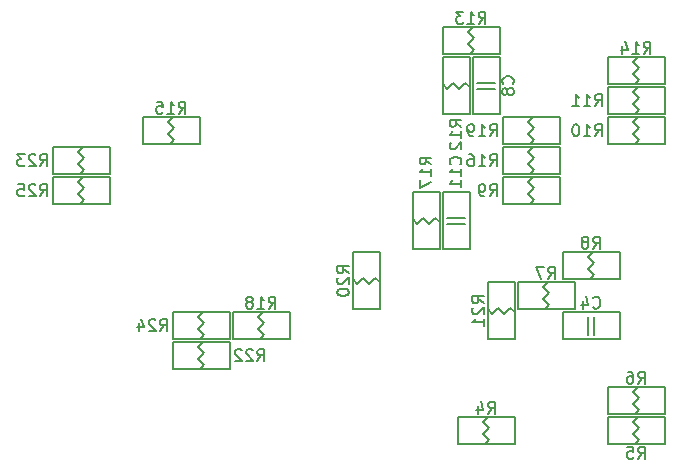
<source format=gbr>
G04 #@! TF.GenerationSoftware,KiCad,Pcbnew,5.1.6-c6e7f7d~87~ubuntu19.10.1*
G04 #@! TF.CreationDate,2022-01-15T23:23:36+06:00*
G04 #@! TF.ProjectId,big_muff_r2a_nyc,6269675f-6d75-4666-965f-7232615f6e79,2A*
G04 #@! TF.SameCoordinates,Original*
G04 #@! TF.FileFunction,Legend,Bot*
G04 #@! TF.FilePolarity,Positive*
%FSLAX46Y46*%
G04 Gerber Fmt 4.6, Leading zero omitted, Abs format (unit mm)*
G04 Created by KiCad (PCBNEW 5.1.6-c6e7f7d~87~ubuntu19.10.1) date 2022-01-15 23:23:36*
%MOMM*%
%LPD*%
G01*
G04 APERTURE LIST*
%ADD10C,0.200000*%
G04 APERTURE END LIST*
D10*
X113157000Y-116967000D02*
X115443000Y-116967000D01*
X113157000Y-121793000D02*
X115443000Y-121793000D01*
X113538000Y-119126000D02*
X115062000Y-119126000D01*
X113538000Y-119634000D02*
X115062000Y-119634000D01*
X113157000Y-116967000D02*
X113157000Y-121793000D01*
X115443000Y-116967000D02*
X115443000Y-121793000D01*
X117983000Y-110363000D02*
X115697000Y-110363000D01*
X117983000Y-105537000D02*
X115697000Y-105537000D01*
X117602000Y-108204000D02*
X116078000Y-108204000D01*
X117602000Y-107696000D02*
X116078000Y-107696000D01*
X117983000Y-110363000D02*
X117983000Y-105537000D01*
X115697000Y-110363000D02*
X115697000Y-105537000D01*
X123317000Y-129413000D02*
X123317000Y-127127000D01*
X128143000Y-129413000D02*
X128143000Y-127127000D01*
X125476000Y-129032000D02*
X125476000Y-127508000D01*
X125984000Y-129032000D02*
X125984000Y-127508000D01*
X123317000Y-129413000D02*
X128143000Y-129413000D01*
X123317000Y-127127000D02*
X128143000Y-127127000D01*
X82296000Y-117094000D02*
X82804000Y-117602000D01*
X82804000Y-117602000D02*
X82423000Y-117983000D01*
X82296000Y-117094000D02*
X82804000Y-116586000D01*
X82804000Y-116586000D02*
X82296000Y-116078000D01*
X82296000Y-116078000D02*
X82677000Y-115697000D01*
X80137000Y-115697000D02*
X84963000Y-115697000D01*
X80137000Y-117983000D02*
X84963000Y-117983000D01*
X84963000Y-117983000D02*
X84963000Y-115697000D01*
X80137000Y-117983000D02*
X80137000Y-115697000D01*
X92456000Y-128524000D02*
X92964000Y-129032000D01*
X92964000Y-129032000D02*
X92583000Y-129413000D01*
X92456000Y-128524000D02*
X92964000Y-128016000D01*
X92964000Y-128016000D02*
X92456000Y-127508000D01*
X92456000Y-127508000D02*
X92837000Y-127127000D01*
X90297000Y-127127000D02*
X95123000Y-127127000D01*
X90297000Y-129413000D02*
X95123000Y-129413000D01*
X95123000Y-129413000D02*
X95123000Y-127127000D01*
X90297000Y-129413000D02*
X90297000Y-127127000D01*
X82296000Y-114554000D02*
X82804000Y-115062000D01*
X82804000Y-115062000D02*
X82423000Y-115443000D01*
X82296000Y-114554000D02*
X82804000Y-114046000D01*
X82804000Y-114046000D02*
X82296000Y-113538000D01*
X82296000Y-113538000D02*
X82677000Y-113157000D01*
X80137000Y-113157000D02*
X84963000Y-113157000D01*
X80137000Y-115443000D02*
X84963000Y-115443000D01*
X84963000Y-115443000D02*
X84963000Y-113157000D01*
X80137000Y-115443000D02*
X80137000Y-113157000D01*
X92456000Y-131064000D02*
X92964000Y-131572000D01*
X92964000Y-131572000D02*
X92583000Y-131953000D01*
X92456000Y-131064000D02*
X92964000Y-130556000D01*
X92964000Y-130556000D02*
X92456000Y-130048000D01*
X92456000Y-130048000D02*
X92837000Y-129667000D01*
X90297000Y-129667000D02*
X95123000Y-129667000D01*
X90297000Y-131953000D02*
X95123000Y-131953000D01*
X95123000Y-131953000D02*
X95123000Y-129667000D01*
X90297000Y-131953000D02*
X90297000Y-129667000D01*
X118364000Y-127254000D02*
X118872000Y-126746000D01*
X118872000Y-126746000D02*
X119253000Y-127127000D01*
X118364000Y-127254000D02*
X117856000Y-126746000D01*
X117856000Y-126746000D02*
X117348000Y-127254000D01*
X117348000Y-127254000D02*
X116967000Y-126873000D01*
X116967000Y-129413000D02*
X116967000Y-124587000D01*
X119253000Y-129413000D02*
X119253000Y-124587000D01*
X119253000Y-124587000D02*
X116967000Y-124587000D01*
X119253000Y-129413000D02*
X116967000Y-129413000D01*
X106426000Y-124206000D02*
X105918000Y-124714000D01*
X105918000Y-124714000D02*
X105537000Y-124333000D01*
X106426000Y-124206000D02*
X106934000Y-124714000D01*
X106934000Y-124714000D02*
X107442000Y-124206000D01*
X107442000Y-124206000D02*
X107823000Y-124587000D01*
X107823000Y-122047000D02*
X107823000Y-126873000D01*
X105537000Y-122047000D02*
X105537000Y-126873000D01*
X105537000Y-126873000D02*
X107823000Y-126873000D01*
X105537000Y-122047000D02*
X107823000Y-122047000D01*
X120904000Y-111506000D02*
X120396000Y-110998000D01*
X120396000Y-110998000D02*
X120777000Y-110617000D01*
X120904000Y-111506000D02*
X120396000Y-112014000D01*
X120396000Y-112014000D02*
X120904000Y-112522000D01*
X120904000Y-112522000D02*
X120523000Y-112903000D01*
X123063000Y-112903000D02*
X118237000Y-112903000D01*
X123063000Y-110617000D02*
X118237000Y-110617000D01*
X118237000Y-110617000D02*
X118237000Y-112903000D01*
X123063000Y-110617000D02*
X123063000Y-112903000D01*
X98044000Y-128016000D02*
X97536000Y-127508000D01*
X97536000Y-127508000D02*
X97917000Y-127127000D01*
X98044000Y-128016000D02*
X97536000Y-128524000D01*
X97536000Y-128524000D02*
X98044000Y-129032000D01*
X98044000Y-129032000D02*
X97663000Y-129413000D01*
X100203000Y-129413000D02*
X95377000Y-129413000D01*
X100203000Y-127127000D02*
X95377000Y-127127000D01*
X95377000Y-127127000D02*
X95377000Y-129413000D01*
X100203000Y-127127000D02*
X100203000Y-129413000D01*
X111506000Y-119126000D02*
X110998000Y-119634000D01*
X110998000Y-119634000D02*
X110617000Y-119253000D01*
X111506000Y-119126000D02*
X112014000Y-119634000D01*
X112014000Y-119634000D02*
X112522000Y-119126000D01*
X112522000Y-119126000D02*
X112903000Y-119507000D01*
X112903000Y-116967000D02*
X112903000Y-121793000D01*
X110617000Y-116967000D02*
X110617000Y-121793000D01*
X110617000Y-121793000D02*
X112903000Y-121793000D01*
X110617000Y-116967000D02*
X112903000Y-116967000D01*
X120904000Y-114046000D02*
X120396000Y-113538000D01*
X120396000Y-113538000D02*
X120777000Y-113157000D01*
X120904000Y-114046000D02*
X120396000Y-114554000D01*
X120396000Y-114554000D02*
X120904000Y-115062000D01*
X120904000Y-115062000D02*
X120523000Y-115443000D01*
X123063000Y-115443000D02*
X118237000Y-115443000D01*
X123063000Y-113157000D02*
X118237000Y-113157000D01*
X118237000Y-113157000D02*
X118237000Y-115443000D01*
X123063000Y-113157000D02*
X123063000Y-115443000D01*
X89916000Y-112014000D02*
X90424000Y-112522000D01*
X90424000Y-112522000D02*
X90043000Y-112903000D01*
X89916000Y-112014000D02*
X90424000Y-111506000D01*
X90424000Y-111506000D02*
X89916000Y-110998000D01*
X89916000Y-110998000D02*
X90297000Y-110617000D01*
X87757000Y-110617000D02*
X92583000Y-110617000D01*
X87757000Y-112903000D02*
X92583000Y-112903000D01*
X92583000Y-112903000D02*
X92583000Y-110617000D01*
X87757000Y-112903000D02*
X87757000Y-110617000D01*
X129794000Y-106426000D02*
X129286000Y-105918000D01*
X129286000Y-105918000D02*
X129667000Y-105537000D01*
X129794000Y-106426000D02*
X129286000Y-106934000D01*
X129286000Y-106934000D02*
X129794000Y-107442000D01*
X129794000Y-107442000D02*
X129413000Y-107823000D01*
X131953000Y-107823000D02*
X127127000Y-107823000D01*
X131953000Y-105537000D02*
X127127000Y-105537000D01*
X127127000Y-105537000D02*
X127127000Y-107823000D01*
X131953000Y-105537000D02*
X131953000Y-107823000D01*
X115824000Y-103886000D02*
X115316000Y-103378000D01*
X115316000Y-103378000D02*
X115697000Y-102997000D01*
X115824000Y-103886000D02*
X115316000Y-104394000D01*
X115316000Y-104394000D02*
X115824000Y-104902000D01*
X115824000Y-104902000D02*
X115443000Y-105283000D01*
X117983000Y-105283000D02*
X113157000Y-105283000D01*
X117983000Y-102997000D02*
X113157000Y-102997000D01*
X113157000Y-102997000D02*
X113157000Y-105283000D01*
X117983000Y-102997000D02*
X117983000Y-105283000D01*
X114554000Y-108204000D02*
X115062000Y-107696000D01*
X115062000Y-107696000D02*
X115443000Y-108077000D01*
X114554000Y-108204000D02*
X114046000Y-107696000D01*
X114046000Y-107696000D02*
X113538000Y-108204000D01*
X113538000Y-108204000D02*
X113157000Y-107823000D01*
X113157000Y-110363000D02*
X113157000Y-105537000D01*
X115443000Y-110363000D02*
X115443000Y-105537000D01*
X115443000Y-105537000D02*
X113157000Y-105537000D01*
X115443000Y-110363000D02*
X113157000Y-110363000D01*
X129794000Y-108966000D02*
X129286000Y-108458000D01*
X129286000Y-108458000D02*
X129667000Y-108077000D01*
X129794000Y-108966000D02*
X129286000Y-109474000D01*
X129286000Y-109474000D02*
X129794000Y-109982000D01*
X129794000Y-109982000D02*
X129413000Y-110363000D01*
X131953000Y-110363000D02*
X127127000Y-110363000D01*
X131953000Y-108077000D02*
X127127000Y-108077000D01*
X127127000Y-108077000D02*
X127127000Y-110363000D01*
X131953000Y-108077000D02*
X131953000Y-110363000D01*
X129794000Y-111506000D02*
X129286000Y-110998000D01*
X129286000Y-110998000D02*
X129667000Y-110617000D01*
X129794000Y-111506000D02*
X129286000Y-112014000D01*
X129286000Y-112014000D02*
X129794000Y-112522000D01*
X129794000Y-112522000D02*
X129413000Y-112903000D01*
X131953000Y-112903000D02*
X127127000Y-112903000D01*
X131953000Y-110617000D02*
X127127000Y-110617000D01*
X127127000Y-110617000D02*
X127127000Y-112903000D01*
X131953000Y-110617000D02*
X131953000Y-112903000D01*
X120904000Y-116586000D02*
X120396000Y-116078000D01*
X120396000Y-116078000D02*
X120777000Y-115697000D01*
X120904000Y-116586000D02*
X120396000Y-117094000D01*
X120396000Y-117094000D02*
X120904000Y-117602000D01*
X120904000Y-117602000D02*
X120523000Y-117983000D01*
X123063000Y-117983000D02*
X118237000Y-117983000D01*
X123063000Y-115697000D02*
X118237000Y-115697000D01*
X118237000Y-115697000D02*
X118237000Y-117983000D01*
X123063000Y-115697000D02*
X123063000Y-117983000D01*
X125984000Y-122936000D02*
X125476000Y-122428000D01*
X125476000Y-122428000D02*
X125857000Y-122047000D01*
X125984000Y-122936000D02*
X125476000Y-123444000D01*
X125476000Y-123444000D02*
X125984000Y-123952000D01*
X125984000Y-123952000D02*
X125603000Y-124333000D01*
X128143000Y-124333000D02*
X123317000Y-124333000D01*
X128143000Y-122047000D02*
X123317000Y-122047000D01*
X123317000Y-122047000D02*
X123317000Y-124333000D01*
X128143000Y-122047000D02*
X128143000Y-124333000D01*
X122174000Y-125476000D02*
X121666000Y-124968000D01*
X121666000Y-124968000D02*
X122047000Y-124587000D01*
X122174000Y-125476000D02*
X121666000Y-125984000D01*
X121666000Y-125984000D02*
X122174000Y-126492000D01*
X122174000Y-126492000D02*
X121793000Y-126873000D01*
X124333000Y-126873000D02*
X119507000Y-126873000D01*
X124333000Y-124587000D02*
X119507000Y-124587000D01*
X119507000Y-124587000D02*
X119507000Y-126873000D01*
X124333000Y-124587000D02*
X124333000Y-126873000D01*
X129286000Y-134874000D02*
X129794000Y-135382000D01*
X129794000Y-135382000D02*
X129413000Y-135763000D01*
X129286000Y-134874000D02*
X129794000Y-134366000D01*
X129794000Y-134366000D02*
X129286000Y-133858000D01*
X129286000Y-133858000D02*
X129667000Y-133477000D01*
X127127000Y-133477000D02*
X131953000Y-133477000D01*
X127127000Y-135763000D02*
X131953000Y-135763000D01*
X131953000Y-135763000D02*
X131953000Y-133477000D01*
X127127000Y-135763000D02*
X127127000Y-133477000D01*
X129794000Y-136906000D02*
X129286000Y-136398000D01*
X129286000Y-136398000D02*
X129667000Y-136017000D01*
X129794000Y-136906000D02*
X129286000Y-137414000D01*
X129286000Y-137414000D02*
X129794000Y-137922000D01*
X129794000Y-137922000D02*
X129413000Y-138303000D01*
X131953000Y-138303000D02*
X127127000Y-138303000D01*
X131953000Y-136017000D02*
X127127000Y-136017000D01*
X127127000Y-136017000D02*
X127127000Y-138303000D01*
X131953000Y-136017000D02*
X131953000Y-138303000D01*
X116586000Y-137414000D02*
X117094000Y-137922000D01*
X117094000Y-137922000D02*
X116713000Y-138303000D01*
X116586000Y-137414000D02*
X117094000Y-136906000D01*
X117094000Y-136906000D02*
X116586000Y-136398000D01*
X116586000Y-136398000D02*
X116967000Y-136017000D01*
X114427000Y-136017000D02*
X119253000Y-136017000D01*
X114427000Y-138303000D02*
X119253000Y-138303000D01*
X119253000Y-138303000D02*
X119253000Y-136017000D01*
X114427000Y-138303000D02*
X114427000Y-136017000D01*
X114657142Y-114614761D02*
X114704761Y-114567142D01*
X114752380Y-114424285D01*
X114752380Y-114329047D01*
X114704761Y-114186190D01*
X114609523Y-114090952D01*
X114514285Y-114043333D01*
X114323809Y-113995714D01*
X114180952Y-113995714D01*
X113990476Y-114043333D01*
X113895238Y-114090952D01*
X113800000Y-114186190D01*
X113752380Y-114329047D01*
X113752380Y-114424285D01*
X113800000Y-114567142D01*
X113847619Y-114614761D01*
X114752380Y-115567142D02*
X114752380Y-114995714D01*
X114752380Y-115281428D02*
X113752380Y-115281428D01*
X113895238Y-115186190D01*
X113990476Y-115090952D01*
X114038095Y-114995714D01*
X114752380Y-116519523D02*
X114752380Y-115948095D01*
X114752380Y-116233809D02*
X113752380Y-116233809D01*
X113895238Y-116138571D01*
X113990476Y-116043333D01*
X114038095Y-115948095D01*
X119102142Y-107783333D02*
X119149761Y-107735714D01*
X119197380Y-107592857D01*
X119197380Y-107497619D01*
X119149761Y-107354761D01*
X119054523Y-107259523D01*
X118959285Y-107211904D01*
X118768809Y-107164285D01*
X118625952Y-107164285D01*
X118435476Y-107211904D01*
X118340238Y-107259523D01*
X118245000Y-107354761D01*
X118197380Y-107497619D01*
X118197380Y-107592857D01*
X118245000Y-107735714D01*
X118292619Y-107783333D01*
X118625952Y-108354761D02*
X118578333Y-108259523D01*
X118530714Y-108211904D01*
X118435476Y-108164285D01*
X118387857Y-108164285D01*
X118292619Y-108211904D01*
X118245000Y-108259523D01*
X118197380Y-108354761D01*
X118197380Y-108545238D01*
X118245000Y-108640476D01*
X118292619Y-108688095D01*
X118387857Y-108735714D01*
X118435476Y-108735714D01*
X118530714Y-108688095D01*
X118578333Y-108640476D01*
X118625952Y-108545238D01*
X118625952Y-108354761D01*
X118673571Y-108259523D01*
X118721190Y-108211904D01*
X118816428Y-108164285D01*
X119006904Y-108164285D01*
X119102142Y-108211904D01*
X119149761Y-108259523D01*
X119197380Y-108354761D01*
X119197380Y-108545238D01*
X119149761Y-108640476D01*
X119102142Y-108688095D01*
X119006904Y-108735714D01*
X118816428Y-108735714D01*
X118721190Y-108688095D01*
X118673571Y-108640476D01*
X118625952Y-108545238D01*
X125896666Y-126722142D02*
X125944285Y-126769761D01*
X126087142Y-126817380D01*
X126182380Y-126817380D01*
X126325238Y-126769761D01*
X126420476Y-126674523D01*
X126468095Y-126579285D01*
X126515714Y-126388809D01*
X126515714Y-126245952D01*
X126468095Y-126055476D01*
X126420476Y-125960238D01*
X126325238Y-125865000D01*
X126182380Y-125817380D01*
X126087142Y-125817380D01*
X125944285Y-125865000D01*
X125896666Y-125912619D01*
X125039523Y-126150714D02*
X125039523Y-126817380D01*
X125277619Y-125769761D02*
X125515714Y-126484047D01*
X124896666Y-126484047D01*
X79070476Y-117292380D02*
X79403809Y-116816190D01*
X79641904Y-117292380D02*
X79641904Y-116292380D01*
X79260952Y-116292380D01*
X79165714Y-116340000D01*
X79118095Y-116387619D01*
X79070476Y-116482857D01*
X79070476Y-116625714D01*
X79118095Y-116720952D01*
X79165714Y-116768571D01*
X79260952Y-116816190D01*
X79641904Y-116816190D01*
X78689523Y-116387619D02*
X78641904Y-116340000D01*
X78546666Y-116292380D01*
X78308571Y-116292380D01*
X78213333Y-116340000D01*
X78165714Y-116387619D01*
X78118095Y-116482857D01*
X78118095Y-116578095D01*
X78165714Y-116720952D01*
X78737142Y-117292380D01*
X78118095Y-117292380D01*
X77213333Y-116292380D02*
X77689523Y-116292380D01*
X77737142Y-116768571D01*
X77689523Y-116720952D01*
X77594285Y-116673333D01*
X77356190Y-116673333D01*
X77260952Y-116720952D01*
X77213333Y-116768571D01*
X77165714Y-116863809D01*
X77165714Y-117101904D01*
X77213333Y-117197142D01*
X77260952Y-117244761D01*
X77356190Y-117292380D01*
X77594285Y-117292380D01*
X77689523Y-117244761D01*
X77737142Y-117197142D01*
X89230476Y-128722380D02*
X89563809Y-128246190D01*
X89801904Y-128722380D02*
X89801904Y-127722380D01*
X89420952Y-127722380D01*
X89325714Y-127770000D01*
X89278095Y-127817619D01*
X89230476Y-127912857D01*
X89230476Y-128055714D01*
X89278095Y-128150952D01*
X89325714Y-128198571D01*
X89420952Y-128246190D01*
X89801904Y-128246190D01*
X88849523Y-127817619D02*
X88801904Y-127770000D01*
X88706666Y-127722380D01*
X88468571Y-127722380D01*
X88373333Y-127770000D01*
X88325714Y-127817619D01*
X88278095Y-127912857D01*
X88278095Y-128008095D01*
X88325714Y-128150952D01*
X88897142Y-128722380D01*
X88278095Y-128722380D01*
X87420952Y-128055714D02*
X87420952Y-128722380D01*
X87659047Y-127674761D02*
X87897142Y-128389047D01*
X87278095Y-128389047D01*
X79070476Y-114752380D02*
X79403809Y-114276190D01*
X79641904Y-114752380D02*
X79641904Y-113752380D01*
X79260952Y-113752380D01*
X79165714Y-113800000D01*
X79118095Y-113847619D01*
X79070476Y-113942857D01*
X79070476Y-114085714D01*
X79118095Y-114180952D01*
X79165714Y-114228571D01*
X79260952Y-114276190D01*
X79641904Y-114276190D01*
X78689523Y-113847619D02*
X78641904Y-113800000D01*
X78546666Y-113752380D01*
X78308571Y-113752380D01*
X78213333Y-113800000D01*
X78165714Y-113847619D01*
X78118095Y-113942857D01*
X78118095Y-114038095D01*
X78165714Y-114180952D01*
X78737142Y-114752380D01*
X78118095Y-114752380D01*
X77784761Y-113752380D02*
X77165714Y-113752380D01*
X77499047Y-114133333D01*
X77356190Y-114133333D01*
X77260952Y-114180952D01*
X77213333Y-114228571D01*
X77165714Y-114323809D01*
X77165714Y-114561904D01*
X77213333Y-114657142D01*
X77260952Y-114704761D01*
X77356190Y-114752380D01*
X77641904Y-114752380D01*
X77737142Y-114704761D01*
X77784761Y-114657142D01*
X97475238Y-131262380D02*
X97808571Y-130786190D01*
X98046666Y-131262380D02*
X98046666Y-130262380D01*
X97665714Y-130262380D01*
X97570476Y-130310000D01*
X97522857Y-130357619D01*
X97475238Y-130452857D01*
X97475238Y-130595714D01*
X97522857Y-130690952D01*
X97570476Y-130738571D01*
X97665714Y-130786190D01*
X98046666Y-130786190D01*
X97094285Y-130357619D02*
X97046666Y-130310000D01*
X96951428Y-130262380D01*
X96713333Y-130262380D01*
X96618095Y-130310000D01*
X96570476Y-130357619D01*
X96522857Y-130452857D01*
X96522857Y-130548095D01*
X96570476Y-130690952D01*
X97141904Y-131262380D01*
X96522857Y-131262380D01*
X96141904Y-130357619D02*
X96094285Y-130310000D01*
X95999047Y-130262380D01*
X95760952Y-130262380D01*
X95665714Y-130310000D01*
X95618095Y-130357619D01*
X95570476Y-130452857D01*
X95570476Y-130548095D01*
X95618095Y-130690952D01*
X96189523Y-131262380D01*
X95570476Y-131262380D01*
X116657380Y-126357142D02*
X116181190Y-126023809D01*
X116657380Y-125785714D02*
X115657380Y-125785714D01*
X115657380Y-126166666D01*
X115705000Y-126261904D01*
X115752619Y-126309523D01*
X115847857Y-126357142D01*
X115990714Y-126357142D01*
X116085952Y-126309523D01*
X116133571Y-126261904D01*
X116181190Y-126166666D01*
X116181190Y-125785714D01*
X115752619Y-126738095D02*
X115705000Y-126785714D01*
X115657380Y-126880952D01*
X115657380Y-127119047D01*
X115705000Y-127214285D01*
X115752619Y-127261904D01*
X115847857Y-127309523D01*
X115943095Y-127309523D01*
X116085952Y-127261904D01*
X116657380Y-126690476D01*
X116657380Y-127309523D01*
X116657380Y-128261904D02*
X116657380Y-127690476D01*
X116657380Y-127976190D02*
X115657380Y-127976190D01*
X115800238Y-127880952D01*
X115895476Y-127785714D01*
X115943095Y-127690476D01*
X105227380Y-123817142D02*
X104751190Y-123483809D01*
X105227380Y-123245714D02*
X104227380Y-123245714D01*
X104227380Y-123626666D01*
X104275000Y-123721904D01*
X104322619Y-123769523D01*
X104417857Y-123817142D01*
X104560714Y-123817142D01*
X104655952Y-123769523D01*
X104703571Y-123721904D01*
X104751190Y-123626666D01*
X104751190Y-123245714D01*
X104322619Y-124198095D02*
X104275000Y-124245714D01*
X104227380Y-124340952D01*
X104227380Y-124579047D01*
X104275000Y-124674285D01*
X104322619Y-124721904D01*
X104417857Y-124769523D01*
X104513095Y-124769523D01*
X104655952Y-124721904D01*
X105227380Y-124150476D01*
X105227380Y-124769523D01*
X104227380Y-125388571D02*
X104227380Y-125483809D01*
X104275000Y-125579047D01*
X104322619Y-125626666D01*
X104417857Y-125674285D01*
X104608333Y-125721904D01*
X104846428Y-125721904D01*
X105036904Y-125674285D01*
X105132142Y-125626666D01*
X105179761Y-125579047D01*
X105227380Y-125483809D01*
X105227380Y-125388571D01*
X105179761Y-125293333D01*
X105132142Y-125245714D01*
X105036904Y-125198095D01*
X104846428Y-125150476D01*
X104608333Y-125150476D01*
X104417857Y-125198095D01*
X104322619Y-125245714D01*
X104275000Y-125293333D01*
X104227380Y-125388571D01*
X117170476Y-112212380D02*
X117503809Y-111736190D01*
X117741904Y-112212380D02*
X117741904Y-111212380D01*
X117360952Y-111212380D01*
X117265714Y-111260000D01*
X117218095Y-111307619D01*
X117170476Y-111402857D01*
X117170476Y-111545714D01*
X117218095Y-111640952D01*
X117265714Y-111688571D01*
X117360952Y-111736190D01*
X117741904Y-111736190D01*
X116218095Y-112212380D02*
X116789523Y-112212380D01*
X116503809Y-112212380D02*
X116503809Y-111212380D01*
X116599047Y-111355238D01*
X116694285Y-111450476D01*
X116789523Y-111498095D01*
X115741904Y-112212380D02*
X115551428Y-112212380D01*
X115456190Y-112164761D01*
X115408571Y-112117142D01*
X115313333Y-111974285D01*
X115265714Y-111783809D01*
X115265714Y-111402857D01*
X115313333Y-111307619D01*
X115360952Y-111260000D01*
X115456190Y-111212380D01*
X115646666Y-111212380D01*
X115741904Y-111260000D01*
X115789523Y-111307619D01*
X115837142Y-111402857D01*
X115837142Y-111640952D01*
X115789523Y-111736190D01*
X115741904Y-111783809D01*
X115646666Y-111831428D01*
X115456190Y-111831428D01*
X115360952Y-111783809D01*
X115313333Y-111736190D01*
X115265714Y-111640952D01*
X98432857Y-126817380D02*
X98766190Y-126341190D01*
X99004285Y-126817380D02*
X99004285Y-125817380D01*
X98623333Y-125817380D01*
X98528095Y-125865000D01*
X98480476Y-125912619D01*
X98432857Y-126007857D01*
X98432857Y-126150714D01*
X98480476Y-126245952D01*
X98528095Y-126293571D01*
X98623333Y-126341190D01*
X99004285Y-126341190D01*
X97480476Y-126817380D02*
X98051904Y-126817380D01*
X97766190Y-126817380D02*
X97766190Y-125817380D01*
X97861428Y-125960238D01*
X97956666Y-126055476D01*
X98051904Y-126103095D01*
X96909047Y-126245952D02*
X97004285Y-126198333D01*
X97051904Y-126150714D01*
X97099523Y-126055476D01*
X97099523Y-126007857D01*
X97051904Y-125912619D01*
X97004285Y-125865000D01*
X96909047Y-125817380D01*
X96718571Y-125817380D01*
X96623333Y-125865000D01*
X96575714Y-125912619D01*
X96528095Y-126007857D01*
X96528095Y-126055476D01*
X96575714Y-126150714D01*
X96623333Y-126198333D01*
X96718571Y-126245952D01*
X96909047Y-126245952D01*
X97004285Y-126293571D01*
X97051904Y-126341190D01*
X97099523Y-126436428D01*
X97099523Y-126626904D01*
X97051904Y-126722142D01*
X97004285Y-126769761D01*
X96909047Y-126817380D01*
X96718571Y-126817380D01*
X96623333Y-126769761D01*
X96575714Y-126722142D01*
X96528095Y-126626904D01*
X96528095Y-126436428D01*
X96575714Y-126341190D01*
X96623333Y-126293571D01*
X96718571Y-126245952D01*
X112212380Y-114614761D02*
X111736190Y-114281428D01*
X112212380Y-114043333D02*
X111212380Y-114043333D01*
X111212380Y-114424285D01*
X111260000Y-114519523D01*
X111307619Y-114567142D01*
X111402857Y-114614761D01*
X111545714Y-114614761D01*
X111640952Y-114567142D01*
X111688571Y-114519523D01*
X111736190Y-114424285D01*
X111736190Y-114043333D01*
X112212380Y-115567142D02*
X112212380Y-114995714D01*
X112212380Y-115281428D02*
X111212380Y-115281428D01*
X111355238Y-115186190D01*
X111450476Y-115090952D01*
X111498095Y-114995714D01*
X111212380Y-115900476D02*
X111212380Y-116567142D01*
X112212380Y-116138571D01*
X117170476Y-114752380D02*
X117503809Y-114276190D01*
X117741904Y-114752380D02*
X117741904Y-113752380D01*
X117360952Y-113752380D01*
X117265714Y-113800000D01*
X117218095Y-113847619D01*
X117170476Y-113942857D01*
X117170476Y-114085714D01*
X117218095Y-114180952D01*
X117265714Y-114228571D01*
X117360952Y-114276190D01*
X117741904Y-114276190D01*
X116218095Y-114752380D02*
X116789523Y-114752380D01*
X116503809Y-114752380D02*
X116503809Y-113752380D01*
X116599047Y-113895238D01*
X116694285Y-113990476D01*
X116789523Y-114038095D01*
X115360952Y-113752380D02*
X115551428Y-113752380D01*
X115646666Y-113800000D01*
X115694285Y-113847619D01*
X115789523Y-113990476D01*
X115837142Y-114180952D01*
X115837142Y-114561904D01*
X115789523Y-114657142D01*
X115741904Y-114704761D01*
X115646666Y-114752380D01*
X115456190Y-114752380D01*
X115360952Y-114704761D01*
X115313333Y-114657142D01*
X115265714Y-114561904D01*
X115265714Y-114323809D01*
X115313333Y-114228571D01*
X115360952Y-114180952D01*
X115456190Y-114133333D01*
X115646666Y-114133333D01*
X115741904Y-114180952D01*
X115789523Y-114228571D01*
X115837142Y-114323809D01*
X90812857Y-110307380D02*
X91146190Y-109831190D01*
X91384285Y-110307380D02*
X91384285Y-109307380D01*
X91003333Y-109307380D01*
X90908095Y-109355000D01*
X90860476Y-109402619D01*
X90812857Y-109497857D01*
X90812857Y-109640714D01*
X90860476Y-109735952D01*
X90908095Y-109783571D01*
X91003333Y-109831190D01*
X91384285Y-109831190D01*
X89860476Y-110307380D02*
X90431904Y-110307380D01*
X90146190Y-110307380D02*
X90146190Y-109307380D01*
X90241428Y-109450238D01*
X90336666Y-109545476D01*
X90431904Y-109593095D01*
X88955714Y-109307380D02*
X89431904Y-109307380D01*
X89479523Y-109783571D01*
X89431904Y-109735952D01*
X89336666Y-109688333D01*
X89098571Y-109688333D01*
X89003333Y-109735952D01*
X88955714Y-109783571D01*
X88908095Y-109878809D01*
X88908095Y-110116904D01*
X88955714Y-110212142D01*
X89003333Y-110259761D01*
X89098571Y-110307380D01*
X89336666Y-110307380D01*
X89431904Y-110259761D01*
X89479523Y-110212142D01*
X130182857Y-105227380D02*
X130516190Y-104751190D01*
X130754285Y-105227380D02*
X130754285Y-104227380D01*
X130373333Y-104227380D01*
X130278095Y-104275000D01*
X130230476Y-104322619D01*
X130182857Y-104417857D01*
X130182857Y-104560714D01*
X130230476Y-104655952D01*
X130278095Y-104703571D01*
X130373333Y-104751190D01*
X130754285Y-104751190D01*
X129230476Y-105227380D02*
X129801904Y-105227380D01*
X129516190Y-105227380D02*
X129516190Y-104227380D01*
X129611428Y-104370238D01*
X129706666Y-104465476D01*
X129801904Y-104513095D01*
X128373333Y-104560714D02*
X128373333Y-105227380D01*
X128611428Y-104179761D02*
X128849523Y-104894047D01*
X128230476Y-104894047D01*
X116212857Y-102687380D02*
X116546190Y-102211190D01*
X116784285Y-102687380D02*
X116784285Y-101687380D01*
X116403333Y-101687380D01*
X116308095Y-101735000D01*
X116260476Y-101782619D01*
X116212857Y-101877857D01*
X116212857Y-102020714D01*
X116260476Y-102115952D01*
X116308095Y-102163571D01*
X116403333Y-102211190D01*
X116784285Y-102211190D01*
X115260476Y-102687380D02*
X115831904Y-102687380D01*
X115546190Y-102687380D02*
X115546190Y-101687380D01*
X115641428Y-101830238D01*
X115736666Y-101925476D01*
X115831904Y-101973095D01*
X114927142Y-101687380D02*
X114308095Y-101687380D01*
X114641428Y-102068333D01*
X114498571Y-102068333D01*
X114403333Y-102115952D01*
X114355714Y-102163571D01*
X114308095Y-102258809D01*
X114308095Y-102496904D01*
X114355714Y-102592142D01*
X114403333Y-102639761D01*
X114498571Y-102687380D01*
X114784285Y-102687380D01*
X114879523Y-102639761D01*
X114927142Y-102592142D01*
X114752380Y-111429523D02*
X114276190Y-111096190D01*
X114752380Y-110858095D02*
X113752380Y-110858095D01*
X113752380Y-111239047D01*
X113800000Y-111334285D01*
X113847619Y-111381904D01*
X113942857Y-111429523D01*
X114085714Y-111429523D01*
X114180952Y-111381904D01*
X114228571Y-111334285D01*
X114276190Y-111239047D01*
X114276190Y-110858095D01*
X114752380Y-112381904D02*
X114752380Y-111810476D01*
X114752380Y-112096190D02*
X113752380Y-112096190D01*
X113895238Y-112000952D01*
X113990476Y-111905714D01*
X114038095Y-111810476D01*
X113847619Y-112762857D02*
X113800000Y-112810476D01*
X113752380Y-112905714D01*
X113752380Y-113143809D01*
X113800000Y-113239047D01*
X113847619Y-113286666D01*
X113942857Y-113334285D01*
X114038095Y-113334285D01*
X114180952Y-113286666D01*
X114752380Y-112715238D01*
X114752380Y-113334285D01*
X126060476Y-109672380D02*
X126393809Y-109196190D01*
X126631904Y-109672380D02*
X126631904Y-108672380D01*
X126250952Y-108672380D01*
X126155714Y-108720000D01*
X126108095Y-108767619D01*
X126060476Y-108862857D01*
X126060476Y-109005714D01*
X126108095Y-109100952D01*
X126155714Y-109148571D01*
X126250952Y-109196190D01*
X126631904Y-109196190D01*
X125108095Y-109672380D02*
X125679523Y-109672380D01*
X125393809Y-109672380D02*
X125393809Y-108672380D01*
X125489047Y-108815238D01*
X125584285Y-108910476D01*
X125679523Y-108958095D01*
X124155714Y-109672380D02*
X124727142Y-109672380D01*
X124441428Y-109672380D02*
X124441428Y-108672380D01*
X124536666Y-108815238D01*
X124631904Y-108910476D01*
X124727142Y-108958095D01*
X126060476Y-112212380D02*
X126393809Y-111736190D01*
X126631904Y-112212380D02*
X126631904Y-111212380D01*
X126250952Y-111212380D01*
X126155714Y-111260000D01*
X126108095Y-111307619D01*
X126060476Y-111402857D01*
X126060476Y-111545714D01*
X126108095Y-111640952D01*
X126155714Y-111688571D01*
X126250952Y-111736190D01*
X126631904Y-111736190D01*
X125108095Y-112212380D02*
X125679523Y-112212380D01*
X125393809Y-112212380D02*
X125393809Y-111212380D01*
X125489047Y-111355238D01*
X125584285Y-111450476D01*
X125679523Y-111498095D01*
X124489047Y-111212380D02*
X124393809Y-111212380D01*
X124298571Y-111260000D01*
X124250952Y-111307619D01*
X124203333Y-111402857D01*
X124155714Y-111593333D01*
X124155714Y-111831428D01*
X124203333Y-112021904D01*
X124250952Y-112117142D01*
X124298571Y-112164761D01*
X124393809Y-112212380D01*
X124489047Y-112212380D01*
X124584285Y-112164761D01*
X124631904Y-112117142D01*
X124679523Y-112021904D01*
X124727142Y-111831428D01*
X124727142Y-111593333D01*
X124679523Y-111402857D01*
X124631904Y-111307619D01*
X124584285Y-111260000D01*
X124489047Y-111212380D01*
X117170476Y-117292380D02*
X117503809Y-116816190D01*
X117741904Y-117292380D02*
X117741904Y-116292380D01*
X117360952Y-116292380D01*
X117265714Y-116340000D01*
X117218095Y-116387619D01*
X117170476Y-116482857D01*
X117170476Y-116625714D01*
X117218095Y-116720952D01*
X117265714Y-116768571D01*
X117360952Y-116816190D01*
X117741904Y-116816190D01*
X116694285Y-117292380D02*
X116503809Y-117292380D01*
X116408571Y-117244761D01*
X116360952Y-117197142D01*
X116265714Y-117054285D01*
X116218095Y-116863809D01*
X116218095Y-116482857D01*
X116265714Y-116387619D01*
X116313333Y-116340000D01*
X116408571Y-116292380D01*
X116599047Y-116292380D01*
X116694285Y-116340000D01*
X116741904Y-116387619D01*
X116789523Y-116482857D01*
X116789523Y-116720952D01*
X116741904Y-116816190D01*
X116694285Y-116863809D01*
X116599047Y-116911428D01*
X116408571Y-116911428D01*
X116313333Y-116863809D01*
X116265714Y-116816190D01*
X116218095Y-116720952D01*
X125896666Y-121737380D02*
X126230000Y-121261190D01*
X126468095Y-121737380D02*
X126468095Y-120737380D01*
X126087142Y-120737380D01*
X125991904Y-120785000D01*
X125944285Y-120832619D01*
X125896666Y-120927857D01*
X125896666Y-121070714D01*
X125944285Y-121165952D01*
X125991904Y-121213571D01*
X126087142Y-121261190D01*
X126468095Y-121261190D01*
X125325238Y-121165952D02*
X125420476Y-121118333D01*
X125468095Y-121070714D01*
X125515714Y-120975476D01*
X125515714Y-120927857D01*
X125468095Y-120832619D01*
X125420476Y-120785000D01*
X125325238Y-120737380D01*
X125134761Y-120737380D01*
X125039523Y-120785000D01*
X124991904Y-120832619D01*
X124944285Y-120927857D01*
X124944285Y-120975476D01*
X124991904Y-121070714D01*
X125039523Y-121118333D01*
X125134761Y-121165952D01*
X125325238Y-121165952D01*
X125420476Y-121213571D01*
X125468095Y-121261190D01*
X125515714Y-121356428D01*
X125515714Y-121546904D01*
X125468095Y-121642142D01*
X125420476Y-121689761D01*
X125325238Y-121737380D01*
X125134761Y-121737380D01*
X125039523Y-121689761D01*
X124991904Y-121642142D01*
X124944285Y-121546904D01*
X124944285Y-121356428D01*
X124991904Y-121261190D01*
X125039523Y-121213571D01*
X125134761Y-121165952D01*
X122086666Y-124277380D02*
X122420000Y-123801190D01*
X122658095Y-124277380D02*
X122658095Y-123277380D01*
X122277142Y-123277380D01*
X122181904Y-123325000D01*
X122134285Y-123372619D01*
X122086666Y-123467857D01*
X122086666Y-123610714D01*
X122134285Y-123705952D01*
X122181904Y-123753571D01*
X122277142Y-123801190D01*
X122658095Y-123801190D01*
X121753333Y-123277380D02*
X121086666Y-123277380D01*
X121515238Y-124277380D01*
X129706666Y-133167380D02*
X130040000Y-132691190D01*
X130278095Y-133167380D02*
X130278095Y-132167380D01*
X129897142Y-132167380D01*
X129801904Y-132215000D01*
X129754285Y-132262619D01*
X129706666Y-132357857D01*
X129706666Y-132500714D01*
X129754285Y-132595952D01*
X129801904Y-132643571D01*
X129897142Y-132691190D01*
X130278095Y-132691190D01*
X128849523Y-132167380D02*
X129040000Y-132167380D01*
X129135238Y-132215000D01*
X129182857Y-132262619D01*
X129278095Y-132405476D01*
X129325714Y-132595952D01*
X129325714Y-132976904D01*
X129278095Y-133072142D01*
X129230476Y-133119761D01*
X129135238Y-133167380D01*
X128944761Y-133167380D01*
X128849523Y-133119761D01*
X128801904Y-133072142D01*
X128754285Y-132976904D01*
X128754285Y-132738809D01*
X128801904Y-132643571D01*
X128849523Y-132595952D01*
X128944761Y-132548333D01*
X129135238Y-132548333D01*
X129230476Y-132595952D01*
X129278095Y-132643571D01*
X129325714Y-132738809D01*
X129706666Y-139517380D02*
X130040000Y-139041190D01*
X130278095Y-139517380D02*
X130278095Y-138517380D01*
X129897142Y-138517380D01*
X129801904Y-138565000D01*
X129754285Y-138612619D01*
X129706666Y-138707857D01*
X129706666Y-138850714D01*
X129754285Y-138945952D01*
X129801904Y-138993571D01*
X129897142Y-139041190D01*
X130278095Y-139041190D01*
X128801904Y-138517380D02*
X129278095Y-138517380D01*
X129325714Y-138993571D01*
X129278095Y-138945952D01*
X129182857Y-138898333D01*
X128944761Y-138898333D01*
X128849523Y-138945952D01*
X128801904Y-138993571D01*
X128754285Y-139088809D01*
X128754285Y-139326904D01*
X128801904Y-139422142D01*
X128849523Y-139469761D01*
X128944761Y-139517380D01*
X129182857Y-139517380D01*
X129278095Y-139469761D01*
X129325714Y-139422142D01*
X117006666Y-135707380D02*
X117340000Y-135231190D01*
X117578095Y-135707380D02*
X117578095Y-134707380D01*
X117197142Y-134707380D01*
X117101904Y-134755000D01*
X117054285Y-134802619D01*
X117006666Y-134897857D01*
X117006666Y-135040714D01*
X117054285Y-135135952D01*
X117101904Y-135183571D01*
X117197142Y-135231190D01*
X117578095Y-135231190D01*
X116149523Y-135040714D02*
X116149523Y-135707380D01*
X116387619Y-134659761D02*
X116625714Y-135374047D01*
X116006666Y-135374047D01*
M02*

</source>
